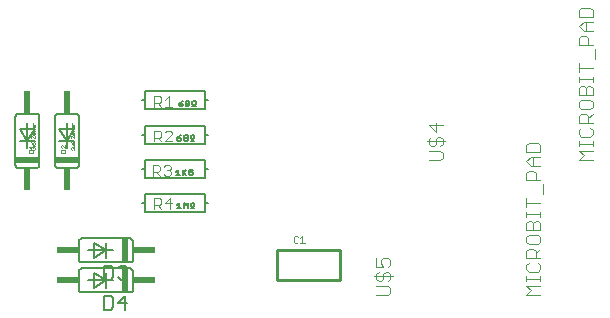
<source format=gbr>
G04 EAGLE Gerber RS-274X export*
G75*
%MOMM*%
%FSLAX34Y34*%
%LPD*%
%INSilkscreen Top*%
%IPPOS*%
%AMOC8*
5,1,8,0,0,1.08239X$1,22.5*%
G01*
%ADD10C,0.152400*%
%ADD11R,2.032000X0.508000*%
%ADD12R,0.508000X1.905000*%
%ADD13C,0.025400*%
%ADD14C,0.203200*%
%ADD15C,0.101600*%
%ADD16C,0.127000*%
%ADD17R,0.508000X2.032000*%
%ADD18R,1.905000X0.508000*%
%ADD19C,0.254000*%
%ADD20C,0.050800*%


D10*
X138530Y143690D02*
X138530Y150040D01*
X132180Y160200D02*
X144880Y160200D01*
X138530Y150040D01*
X138530Y165280D01*
X132180Y160200D02*
X138530Y150040D01*
X132180Y150040D01*
X138530Y150040D02*
X144880Y150040D01*
X128370Y170360D02*
X128372Y170460D01*
X128378Y170559D01*
X128388Y170659D01*
X128401Y170757D01*
X128419Y170856D01*
X128440Y170953D01*
X128465Y171049D01*
X128494Y171145D01*
X128527Y171239D01*
X128563Y171332D01*
X128603Y171423D01*
X128647Y171513D01*
X128694Y171601D01*
X128744Y171687D01*
X128798Y171771D01*
X128855Y171853D01*
X128915Y171932D01*
X128979Y172010D01*
X129045Y172084D01*
X129114Y172156D01*
X129186Y172225D01*
X129260Y172291D01*
X129338Y172355D01*
X129417Y172415D01*
X129499Y172472D01*
X129583Y172526D01*
X129669Y172576D01*
X129757Y172623D01*
X129847Y172667D01*
X129938Y172707D01*
X130031Y172743D01*
X130125Y172776D01*
X130221Y172805D01*
X130317Y172830D01*
X130414Y172851D01*
X130513Y172869D01*
X130611Y172882D01*
X130711Y172892D01*
X130810Y172898D01*
X130910Y172900D01*
X128370Y129720D02*
X128372Y129620D01*
X128378Y129521D01*
X128388Y129421D01*
X128401Y129323D01*
X128419Y129224D01*
X128440Y129127D01*
X128465Y129031D01*
X128494Y128935D01*
X128527Y128841D01*
X128563Y128748D01*
X128603Y128657D01*
X128647Y128567D01*
X128694Y128479D01*
X128744Y128393D01*
X128798Y128309D01*
X128855Y128227D01*
X128915Y128148D01*
X128979Y128070D01*
X129045Y127996D01*
X129114Y127924D01*
X129186Y127855D01*
X129260Y127789D01*
X129338Y127725D01*
X129417Y127665D01*
X129499Y127608D01*
X129583Y127554D01*
X129669Y127504D01*
X129757Y127457D01*
X129847Y127413D01*
X129938Y127373D01*
X130031Y127337D01*
X130125Y127304D01*
X130221Y127275D01*
X130317Y127250D01*
X130414Y127229D01*
X130513Y127211D01*
X130611Y127198D01*
X130711Y127188D01*
X130810Y127182D01*
X130910Y127180D01*
X146150Y127180D02*
X146250Y127182D01*
X146349Y127188D01*
X146449Y127198D01*
X146547Y127211D01*
X146646Y127229D01*
X146743Y127250D01*
X146839Y127275D01*
X146935Y127304D01*
X147029Y127337D01*
X147122Y127373D01*
X147213Y127413D01*
X147303Y127457D01*
X147391Y127504D01*
X147477Y127554D01*
X147561Y127608D01*
X147643Y127665D01*
X147722Y127725D01*
X147800Y127789D01*
X147874Y127855D01*
X147946Y127924D01*
X148015Y127996D01*
X148081Y128070D01*
X148145Y128148D01*
X148205Y128227D01*
X148262Y128309D01*
X148316Y128393D01*
X148366Y128479D01*
X148413Y128567D01*
X148457Y128657D01*
X148497Y128748D01*
X148533Y128841D01*
X148566Y128935D01*
X148595Y129031D01*
X148620Y129127D01*
X148641Y129224D01*
X148659Y129323D01*
X148672Y129421D01*
X148682Y129521D01*
X148688Y129620D01*
X148690Y129720D01*
X148690Y170360D02*
X148688Y170460D01*
X148682Y170559D01*
X148672Y170659D01*
X148659Y170757D01*
X148641Y170856D01*
X148620Y170953D01*
X148595Y171049D01*
X148566Y171145D01*
X148533Y171239D01*
X148497Y171332D01*
X148457Y171423D01*
X148413Y171513D01*
X148366Y171601D01*
X148316Y171687D01*
X148262Y171771D01*
X148205Y171853D01*
X148145Y171932D01*
X148081Y172010D01*
X148015Y172084D01*
X147946Y172156D01*
X147874Y172225D01*
X147800Y172291D01*
X147722Y172355D01*
X147643Y172415D01*
X147561Y172472D01*
X147477Y172526D01*
X147391Y172576D01*
X147303Y172623D01*
X147213Y172667D01*
X147122Y172707D01*
X147029Y172743D01*
X146935Y172776D01*
X146839Y172805D01*
X146743Y172830D01*
X146646Y172851D01*
X146547Y172869D01*
X146449Y172882D01*
X146349Y172892D01*
X146250Y172898D01*
X146150Y172900D01*
X130910Y172900D01*
X130910Y127180D02*
X146150Y127180D01*
X128370Y129720D02*
X128370Y170360D01*
X148690Y170360D02*
X148690Y129720D01*
D11*
X138530Y133530D03*
D12*
X138530Y182425D03*
X138530Y117655D03*
D13*
X137133Y140007D02*
X133320Y140007D01*
X137133Y140007D02*
X137133Y141914D01*
X136497Y142549D01*
X133955Y142549D01*
X133320Y141914D01*
X133320Y140007D01*
X137133Y143749D02*
X137133Y146291D01*
X137133Y143749D02*
X134591Y146291D01*
X133955Y146291D01*
X133320Y145656D01*
X133320Y144385D01*
X133955Y143749D01*
X141957Y143013D02*
X142423Y142547D01*
X141957Y143013D02*
X141957Y143945D01*
X142423Y144411D01*
X142889Y144411D01*
X143355Y143945D01*
X143355Y143479D01*
X143355Y143945D02*
X143821Y144411D01*
X144287Y144411D01*
X144753Y143945D01*
X144753Y143013D01*
X144287Y142547D01*
X144287Y145354D02*
X144753Y145354D01*
X144287Y145354D02*
X144287Y145820D01*
X144753Y145820D01*
X144753Y145354D01*
X142423Y147689D02*
X141957Y148621D01*
X142423Y147689D02*
X143355Y146757D01*
X144287Y146757D01*
X144753Y147223D01*
X144753Y148155D01*
X144287Y148621D01*
X143821Y148621D01*
X143355Y148155D01*
X143355Y146757D01*
X141957Y152370D02*
X141957Y154234D01*
X142423Y154234D01*
X144287Y152370D01*
X144753Y152370D01*
X144753Y154234D01*
X144753Y155642D02*
X144753Y156575D01*
X144753Y155642D02*
X144287Y155176D01*
X143355Y155176D01*
X142889Y155642D01*
X142889Y156575D01*
X143355Y157041D01*
X143821Y157041D01*
X143821Y155176D01*
X144753Y157983D02*
X142889Y157983D01*
X142889Y159381D01*
X143355Y159847D01*
X144753Y159847D01*
X144753Y161256D02*
X144753Y162188D01*
X144753Y161256D02*
X144287Y160789D01*
X143355Y160789D01*
X142889Y161256D01*
X142889Y162188D01*
X143355Y162654D01*
X143821Y162654D01*
X143821Y160789D01*
X144753Y163596D02*
X142889Y163596D01*
X143821Y163596D02*
X142889Y164528D01*
X142889Y164994D01*
D10*
X105080Y150040D02*
X105080Y143690D01*
X98730Y160200D02*
X111430Y160200D01*
X105080Y150040D01*
X105080Y165280D01*
X98730Y160200D02*
X105080Y150040D01*
X98730Y150040D01*
X105080Y150040D02*
X111430Y150040D01*
X94920Y170360D02*
X94922Y170460D01*
X94928Y170559D01*
X94938Y170659D01*
X94951Y170757D01*
X94969Y170856D01*
X94990Y170953D01*
X95015Y171049D01*
X95044Y171145D01*
X95077Y171239D01*
X95113Y171332D01*
X95153Y171423D01*
X95197Y171513D01*
X95244Y171601D01*
X95294Y171687D01*
X95348Y171771D01*
X95405Y171853D01*
X95465Y171932D01*
X95529Y172010D01*
X95595Y172084D01*
X95664Y172156D01*
X95736Y172225D01*
X95810Y172291D01*
X95888Y172355D01*
X95967Y172415D01*
X96049Y172472D01*
X96133Y172526D01*
X96219Y172576D01*
X96307Y172623D01*
X96397Y172667D01*
X96488Y172707D01*
X96581Y172743D01*
X96675Y172776D01*
X96771Y172805D01*
X96867Y172830D01*
X96964Y172851D01*
X97063Y172869D01*
X97161Y172882D01*
X97261Y172892D01*
X97360Y172898D01*
X97460Y172900D01*
X94920Y129720D02*
X94922Y129620D01*
X94928Y129521D01*
X94938Y129421D01*
X94951Y129323D01*
X94969Y129224D01*
X94990Y129127D01*
X95015Y129031D01*
X95044Y128935D01*
X95077Y128841D01*
X95113Y128748D01*
X95153Y128657D01*
X95197Y128567D01*
X95244Y128479D01*
X95294Y128393D01*
X95348Y128309D01*
X95405Y128227D01*
X95465Y128148D01*
X95529Y128070D01*
X95595Y127996D01*
X95664Y127924D01*
X95736Y127855D01*
X95810Y127789D01*
X95888Y127725D01*
X95967Y127665D01*
X96049Y127608D01*
X96133Y127554D01*
X96219Y127504D01*
X96307Y127457D01*
X96397Y127413D01*
X96488Y127373D01*
X96581Y127337D01*
X96675Y127304D01*
X96771Y127275D01*
X96867Y127250D01*
X96964Y127229D01*
X97063Y127211D01*
X97161Y127198D01*
X97261Y127188D01*
X97360Y127182D01*
X97460Y127180D01*
X112700Y127180D02*
X112800Y127182D01*
X112899Y127188D01*
X112999Y127198D01*
X113097Y127211D01*
X113196Y127229D01*
X113293Y127250D01*
X113389Y127275D01*
X113485Y127304D01*
X113579Y127337D01*
X113672Y127373D01*
X113763Y127413D01*
X113853Y127457D01*
X113941Y127504D01*
X114027Y127554D01*
X114111Y127608D01*
X114193Y127665D01*
X114272Y127725D01*
X114350Y127789D01*
X114424Y127855D01*
X114496Y127924D01*
X114565Y127996D01*
X114631Y128070D01*
X114695Y128148D01*
X114755Y128227D01*
X114812Y128309D01*
X114866Y128393D01*
X114916Y128479D01*
X114963Y128567D01*
X115007Y128657D01*
X115047Y128748D01*
X115083Y128841D01*
X115116Y128935D01*
X115145Y129031D01*
X115170Y129127D01*
X115191Y129224D01*
X115209Y129323D01*
X115222Y129421D01*
X115232Y129521D01*
X115238Y129620D01*
X115240Y129720D01*
X115240Y170360D02*
X115238Y170460D01*
X115232Y170559D01*
X115222Y170659D01*
X115209Y170757D01*
X115191Y170856D01*
X115170Y170953D01*
X115145Y171049D01*
X115116Y171145D01*
X115083Y171239D01*
X115047Y171332D01*
X115007Y171423D01*
X114963Y171513D01*
X114916Y171601D01*
X114866Y171687D01*
X114812Y171771D01*
X114755Y171853D01*
X114695Y171932D01*
X114631Y172010D01*
X114565Y172084D01*
X114496Y172156D01*
X114424Y172225D01*
X114350Y172291D01*
X114272Y172355D01*
X114193Y172415D01*
X114111Y172472D01*
X114027Y172526D01*
X113941Y172576D01*
X113853Y172623D01*
X113763Y172667D01*
X113672Y172707D01*
X113579Y172743D01*
X113485Y172776D01*
X113389Y172805D01*
X113293Y172830D01*
X113196Y172851D01*
X113097Y172869D01*
X112999Y172882D01*
X112899Y172892D01*
X112800Y172898D01*
X112700Y172900D01*
X97460Y172900D01*
X97460Y127180D02*
X112700Y127180D01*
X94920Y129720D02*
X94920Y170360D01*
X115240Y170360D02*
X115240Y129720D01*
D11*
X105080Y133530D03*
D12*
X105080Y182425D03*
X105080Y117655D03*
D13*
X106220Y140007D02*
X110033Y140007D01*
X110033Y141914D01*
X109397Y142549D01*
X106855Y142549D01*
X106220Y141914D01*
X106220Y140007D01*
X107491Y143749D02*
X106220Y145020D01*
X110033Y145020D01*
X110033Y143749D02*
X110033Y146291D01*
X108507Y143013D02*
X108973Y142547D01*
X108507Y143013D02*
X108507Y143945D01*
X108973Y144411D01*
X109439Y144411D01*
X109905Y143945D01*
X109905Y143479D01*
X109905Y143945D02*
X110371Y144411D01*
X110837Y144411D01*
X111303Y143945D01*
X111303Y143013D01*
X110837Y142547D01*
X110837Y145354D02*
X111303Y145354D01*
X110837Y145354D02*
X110837Y145820D01*
X111303Y145820D01*
X111303Y145354D01*
X108973Y147689D02*
X108507Y148621D01*
X108973Y147689D02*
X109905Y146757D01*
X110837Y146757D01*
X111303Y147223D01*
X111303Y148155D01*
X110837Y148621D01*
X110371Y148621D01*
X109905Y148155D01*
X109905Y146757D01*
X108507Y152370D02*
X108507Y154234D01*
X108973Y154234D01*
X110837Y152370D01*
X111303Y152370D01*
X111303Y154234D01*
X111303Y155642D02*
X111303Y156575D01*
X111303Y155642D02*
X110837Y155176D01*
X109905Y155176D01*
X109439Y155642D01*
X109439Y156575D01*
X109905Y157041D01*
X110371Y157041D01*
X110371Y155176D01*
X111303Y157983D02*
X109439Y157983D01*
X109439Y159381D01*
X109905Y159847D01*
X111303Y159847D01*
X111303Y161256D02*
X111303Y162188D01*
X111303Y161256D02*
X110837Y160789D01*
X109905Y160789D01*
X109439Y161256D01*
X109439Y162188D01*
X109905Y162654D01*
X110371Y162654D01*
X110371Y160789D01*
X111303Y163596D02*
X109439Y163596D01*
X110371Y163596D02*
X109439Y164528D01*
X109439Y164994D01*
D14*
X204470Y162780D02*
X255270Y162780D01*
X255270Y155160D01*
X255270Y147540D01*
X204470Y147540D01*
X204470Y155160D01*
X204470Y162780D01*
X255270Y155160D02*
X257810Y155160D01*
X204470Y155160D02*
X201930Y155160D01*
D15*
X212598Y158470D02*
X212598Y149572D01*
X212598Y158470D02*
X217047Y158470D01*
X218530Y156987D01*
X218530Y154021D01*
X217047Y152538D01*
X212598Y152538D01*
X215564Y152538D02*
X218530Y149572D01*
X221719Y149572D02*
X227651Y149572D01*
X221719Y149572D02*
X227651Y155504D01*
X227651Y156987D01*
X226168Y158470D01*
X223202Y158470D01*
X221719Y156987D01*
D16*
X233639Y153724D02*
X235249Y154529D01*
X233639Y153724D02*
X232029Y152114D01*
X232029Y150504D01*
X232834Y149699D01*
X234444Y149699D01*
X235249Y150504D01*
X235249Y151309D01*
X234444Y152114D01*
X232029Y152114D01*
X237642Y153724D02*
X238447Y154529D01*
X240057Y154529D01*
X240862Y153724D01*
X240862Y152919D01*
X240057Y152114D01*
X240862Y151309D01*
X240862Y150504D01*
X240057Y149699D01*
X238447Y149699D01*
X237642Y150504D01*
X237642Y151309D01*
X238447Y152114D01*
X237642Y152919D01*
X237642Y153724D01*
X238447Y152114D02*
X240057Y152114D01*
X243255Y149699D02*
X244060Y149699D01*
X244060Y151309D01*
X243255Y152114D01*
X243255Y153724D01*
X244060Y154529D01*
X245670Y154529D01*
X246475Y153724D01*
X246475Y152114D01*
X245670Y151309D01*
X245670Y149699D01*
X246475Y149699D01*
D14*
X255270Y192130D02*
X204470Y192130D01*
X255270Y192130D02*
X255270Y184510D01*
X255270Y176890D01*
X204470Y176890D01*
X204470Y184510D01*
X204470Y192130D01*
X255270Y184510D02*
X257810Y184510D01*
X204470Y184510D02*
X201930Y184510D01*
D15*
X212598Y187820D02*
X212598Y178922D01*
X212598Y187820D02*
X217047Y187820D01*
X218530Y186337D01*
X218530Y183371D01*
X217047Y181888D01*
X212598Y181888D01*
X215564Y181888D02*
X218530Y178922D01*
X221719Y184854D02*
X224685Y187820D01*
X224685Y178922D01*
X221719Y178922D02*
X227651Y178922D01*
D16*
X234909Y183074D02*
X236519Y183879D01*
X234909Y183074D02*
X233299Y181464D01*
X233299Y179854D01*
X234104Y179049D01*
X235714Y179049D01*
X236519Y179854D01*
X236519Y180659D01*
X235714Y181464D01*
X233299Y181464D01*
X238912Y183074D02*
X239717Y183879D01*
X241327Y183879D01*
X242132Y183074D01*
X242132Y182269D01*
X241327Y181464D01*
X242132Y180659D01*
X242132Y179854D01*
X241327Y179049D01*
X239717Y179049D01*
X238912Y179854D01*
X238912Y180659D01*
X239717Y181464D01*
X238912Y182269D01*
X238912Y183074D01*
X239717Y181464D02*
X241327Y181464D01*
X244525Y179049D02*
X245330Y179049D01*
X245330Y180659D01*
X244525Y181464D01*
X244525Y183074D01*
X245330Y183879D01*
X246940Y183879D01*
X247745Y183074D01*
X247745Y181464D01*
X246940Y180659D01*
X246940Y179049D01*
X247745Y179049D01*
D14*
X255270Y104500D02*
X204470Y104500D01*
X255270Y104500D02*
X255270Y96880D01*
X255270Y89260D01*
X204470Y89260D01*
X204470Y96880D01*
X204470Y104500D01*
X255270Y96880D02*
X257810Y96880D01*
X204470Y96880D02*
X201930Y96880D01*
D15*
X212598Y92562D02*
X212598Y101460D01*
X217047Y101460D01*
X218530Y99977D01*
X218530Y97011D01*
X217047Y95528D01*
X212598Y95528D01*
X215564Y95528D02*
X218530Y92562D01*
X226168Y92562D02*
X226168Y101460D01*
X221719Y97011D01*
X227651Y97011D01*
D16*
X232029Y95909D02*
X233639Y97519D01*
X233639Y92689D01*
X232029Y92689D02*
X235249Y92689D01*
X237642Y92689D02*
X237642Y97519D01*
X239252Y95909D01*
X240862Y97519D01*
X240862Y92689D01*
X243255Y92689D02*
X244060Y92689D01*
X244060Y94299D01*
X243255Y95104D01*
X243255Y96714D01*
X244060Y97519D01*
X245670Y97519D01*
X246475Y96714D01*
X246475Y95104D01*
X245670Y94299D01*
X245670Y92689D01*
X246475Y92689D01*
D14*
X255270Y133710D02*
X204470Y133710D01*
X255270Y133710D02*
X255270Y126090D01*
X255270Y118470D01*
X204470Y118470D01*
X204470Y126090D01*
X204470Y133710D01*
X255270Y126090D02*
X257810Y126090D01*
X204470Y126090D02*
X201930Y126090D01*
D15*
X211328Y129400D02*
X211328Y120502D01*
X211328Y129400D02*
X215777Y129400D01*
X217260Y127917D01*
X217260Y124951D01*
X215777Y123468D01*
X211328Y123468D01*
X214294Y123468D02*
X217260Y120502D01*
X220449Y127917D02*
X221932Y129400D01*
X224898Y129400D01*
X226381Y127917D01*
X226381Y126434D01*
X224898Y124951D01*
X223415Y124951D01*
X224898Y124951D02*
X226381Y123468D01*
X226381Y121985D01*
X224898Y120502D01*
X221932Y120502D01*
X220449Y121985D01*
D16*
X230759Y123849D02*
X232369Y125459D01*
X232369Y120629D01*
X230759Y120629D02*
X233979Y120629D01*
X236372Y120629D02*
X236372Y125459D01*
X236372Y122239D02*
X239592Y125459D01*
X237177Y123044D02*
X239592Y120629D01*
X241985Y125459D02*
X245205Y125459D01*
X241985Y125459D02*
X241985Y123044D01*
X243595Y123849D01*
X244400Y123849D01*
X245205Y123044D01*
X245205Y121434D01*
X244400Y120629D01*
X242790Y120629D01*
X241985Y121434D01*
D15*
X444998Y133858D02*
X454743Y133858D01*
X456692Y135807D01*
X456692Y139705D01*
X454743Y141654D01*
X444998Y141654D01*
X454743Y145552D02*
X456692Y147501D01*
X456692Y151399D01*
X454743Y153348D01*
X452794Y153348D01*
X450845Y151399D01*
X450845Y147501D01*
X448896Y145552D01*
X446947Y145552D01*
X444998Y147501D01*
X444998Y151399D01*
X446947Y153348D01*
X443049Y149450D02*
X458641Y149450D01*
X456692Y163093D02*
X444998Y163093D01*
X450845Y157246D01*
X450845Y165042D01*
X571998Y133858D02*
X583692Y133858D01*
X575896Y137756D02*
X571998Y133858D01*
X575896Y137756D02*
X571998Y141654D01*
X583692Y141654D01*
X583692Y145552D02*
X583692Y149450D01*
X583692Y147501D02*
X571998Y147501D01*
X571998Y145552D02*
X571998Y149450D01*
X571998Y159195D02*
X573947Y161144D01*
X571998Y159195D02*
X571998Y155297D01*
X573947Y153348D01*
X581743Y153348D01*
X583692Y155297D01*
X583692Y159195D01*
X581743Y161144D01*
X583692Y165042D02*
X571998Y165042D01*
X571998Y170889D01*
X573947Y172838D01*
X577845Y172838D01*
X579794Y170889D01*
X579794Y165042D01*
X579794Y168940D02*
X583692Y172838D01*
X571998Y178685D02*
X571998Y182583D01*
X571998Y178685D02*
X573947Y176736D01*
X581743Y176736D01*
X583692Y178685D01*
X583692Y182583D01*
X581743Y184532D01*
X573947Y184532D01*
X571998Y182583D01*
X571998Y188430D02*
X583692Y188430D01*
X571998Y188430D02*
X571998Y194277D01*
X573947Y196226D01*
X575896Y196226D01*
X577845Y194277D01*
X579794Y196226D01*
X581743Y196226D01*
X583692Y194277D01*
X583692Y188430D01*
X577845Y188430D02*
X577845Y194277D01*
X583692Y200124D02*
X583692Y204022D01*
X583692Y202073D02*
X571998Y202073D01*
X571998Y200124D02*
X571998Y204022D01*
X571998Y211818D02*
X583692Y211818D01*
X571998Y207920D02*
X571998Y215716D01*
X585641Y219614D02*
X585641Y227410D01*
X583692Y231308D02*
X571998Y231308D01*
X571998Y237155D01*
X573947Y239104D01*
X577845Y239104D01*
X579794Y237155D01*
X579794Y231308D01*
X583692Y243002D02*
X575896Y243002D01*
X571998Y246900D01*
X575896Y250798D01*
X583692Y250798D01*
X577845Y250798D02*
X577845Y243002D01*
X571998Y254696D02*
X583692Y254696D01*
X583692Y260543D01*
X581743Y262492D01*
X573947Y262492D01*
X571998Y260543D01*
X571998Y254696D01*
X410293Y19558D02*
X400548Y19558D01*
X410293Y19558D02*
X412242Y21507D01*
X412242Y25405D01*
X410293Y27354D01*
X400548Y27354D01*
X410293Y31252D02*
X412242Y33201D01*
X412242Y37099D01*
X410293Y39048D01*
X408344Y39048D01*
X406395Y37099D01*
X406395Y33201D01*
X404446Y31252D01*
X402497Y31252D01*
X400548Y33201D01*
X400548Y37099D01*
X402497Y39048D01*
X398599Y35150D02*
X414191Y35150D01*
X400548Y42946D02*
X400548Y50742D01*
X400548Y42946D02*
X406395Y42946D01*
X404446Y46844D01*
X404446Y48793D01*
X406395Y50742D01*
X410293Y50742D01*
X412242Y48793D01*
X412242Y44895D01*
X410293Y42946D01*
X527548Y19558D02*
X539242Y19558D01*
X531446Y23456D02*
X527548Y19558D01*
X531446Y23456D02*
X527548Y27354D01*
X539242Y27354D01*
X539242Y31252D02*
X539242Y35150D01*
X539242Y33201D02*
X527548Y33201D01*
X527548Y31252D02*
X527548Y35150D01*
X527548Y44895D02*
X529497Y46844D01*
X527548Y44895D02*
X527548Y40997D01*
X529497Y39048D01*
X537293Y39048D01*
X539242Y40997D01*
X539242Y44895D01*
X537293Y46844D01*
X539242Y50742D02*
X527548Y50742D01*
X527548Y56589D01*
X529497Y58538D01*
X533395Y58538D01*
X535344Y56589D01*
X535344Y50742D01*
X535344Y54640D02*
X539242Y58538D01*
X527548Y64385D02*
X527548Y68283D01*
X527548Y64385D02*
X529497Y62436D01*
X537293Y62436D01*
X539242Y64385D01*
X539242Y68283D01*
X537293Y70232D01*
X529497Y70232D01*
X527548Y68283D01*
X527548Y74130D02*
X539242Y74130D01*
X527548Y74130D02*
X527548Y79977D01*
X529497Y81926D01*
X531446Y81926D01*
X533395Y79977D01*
X535344Y81926D01*
X537293Y81926D01*
X539242Y79977D01*
X539242Y74130D01*
X533395Y74130D02*
X533395Y79977D01*
X539242Y85824D02*
X539242Y89722D01*
X539242Y87773D02*
X527548Y87773D01*
X527548Y85824D02*
X527548Y89722D01*
X527548Y97518D02*
X539242Y97518D01*
X527548Y93620D02*
X527548Y101416D01*
X541191Y105314D02*
X541191Y113110D01*
X539242Y117008D02*
X527548Y117008D01*
X527548Y122855D01*
X529497Y124804D01*
X533395Y124804D01*
X535344Y122855D01*
X535344Y117008D01*
X539242Y128702D02*
X531446Y128702D01*
X527548Y132600D01*
X531446Y136498D01*
X539242Y136498D01*
X533395Y136498D02*
X533395Y128702D01*
X527548Y140396D02*
X539242Y140396D01*
X539242Y146243D01*
X537293Y148192D01*
X529497Y148192D01*
X527548Y146243D01*
X527548Y140396D01*
D10*
X177800Y57150D02*
X171450Y57150D01*
X161290Y50800D02*
X161290Y63500D01*
X171450Y57150D01*
X156210Y57150D01*
X161290Y50800D02*
X171450Y57150D01*
X171450Y50800D01*
X171450Y57150D02*
X171450Y63500D01*
X151130Y46990D02*
X151030Y46992D01*
X150931Y46998D01*
X150831Y47008D01*
X150733Y47021D01*
X150634Y47039D01*
X150537Y47060D01*
X150441Y47085D01*
X150345Y47114D01*
X150251Y47147D01*
X150158Y47183D01*
X150067Y47223D01*
X149977Y47267D01*
X149889Y47314D01*
X149803Y47364D01*
X149719Y47418D01*
X149637Y47475D01*
X149558Y47535D01*
X149480Y47599D01*
X149406Y47665D01*
X149334Y47734D01*
X149265Y47806D01*
X149199Y47880D01*
X149135Y47958D01*
X149075Y48037D01*
X149018Y48119D01*
X148964Y48203D01*
X148914Y48289D01*
X148867Y48377D01*
X148823Y48467D01*
X148783Y48558D01*
X148747Y48651D01*
X148714Y48745D01*
X148685Y48841D01*
X148660Y48937D01*
X148639Y49034D01*
X148621Y49133D01*
X148608Y49231D01*
X148598Y49331D01*
X148592Y49430D01*
X148590Y49530D01*
X191770Y46990D02*
X191870Y46992D01*
X191969Y46998D01*
X192069Y47008D01*
X192167Y47021D01*
X192266Y47039D01*
X192363Y47060D01*
X192459Y47085D01*
X192555Y47114D01*
X192649Y47147D01*
X192742Y47183D01*
X192833Y47223D01*
X192923Y47267D01*
X193011Y47314D01*
X193097Y47364D01*
X193181Y47418D01*
X193263Y47475D01*
X193342Y47535D01*
X193420Y47599D01*
X193494Y47665D01*
X193566Y47734D01*
X193635Y47806D01*
X193701Y47880D01*
X193765Y47958D01*
X193825Y48037D01*
X193882Y48119D01*
X193936Y48203D01*
X193986Y48289D01*
X194033Y48377D01*
X194077Y48467D01*
X194117Y48558D01*
X194153Y48651D01*
X194186Y48745D01*
X194215Y48841D01*
X194240Y48937D01*
X194261Y49034D01*
X194279Y49133D01*
X194292Y49231D01*
X194302Y49331D01*
X194308Y49430D01*
X194310Y49530D01*
X194310Y64770D02*
X194308Y64870D01*
X194302Y64969D01*
X194292Y65069D01*
X194279Y65167D01*
X194261Y65266D01*
X194240Y65363D01*
X194215Y65459D01*
X194186Y65555D01*
X194153Y65649D01*
X194117Y65742D01*
X194077Y65833D01*
X194033Y65923D01*
X193986Y66011D01*
X193936Y66097D01*
X193882Y66181D01*
X193825Y66263D01*
X193765Y66342D01*
X193701Y66420D01*
X193635Y66494D01*
X193566Y66566D01*
X193494Y66635D01*
X193420Y66701D01*
X193342Y66765D01*
X193263Y66825D01*
X193181Y66882D01*
X193097Y66936D01*
X193011Y66986D01*
X192923Y67033D01*
X192833Y67077D01*
X192742Y67117D01*
X192649Y67153D01*
X192555Y67186D01*
X192459Y67215D01*
X192363Y67240D01*
X192266Y67261D01*
X192167Y67279D01*
X192069Y67292D01*
X191969Y67302D01*
X191870Y67308D01*
X191770Y67310D01*
X151130Y67310D02*
X151030Y67308D01*
X150931Y67302D01*
X150831Y67292D01*
X150733Y67279D01*
X150634Y67261D01*
X150537Y67240D01*
X150441Y67215D01*
X150345Y67186D01*
X150251Y67153D01*
X150158Y67117D01*
X150067Y67077D01*
X149977Y67033D01*
X149889Y66986D01*
X149803Y66936D01*
X149719Y66882D01*
X149637Y66825D01*
X149558Y66765D01*
X149480Y66701D01*
X149406Y66635D01*
X149334Y66566D01*
X149265Y66494D01*
X149199Y66420D01*
X149135Y66342D01*
X149075Y66263D01*
X149018Y66181D01*
X148964Y66097D01*
X148914Y66011D01*
X148867Y65923D01*
X148823Y65833D01*
X148783Y65742D01*
X148747Y65649D01*
X148714Y65555D01*
X148685Y65459D01*
X148660Y65363D01*
X148639Y65266D01*
X148621Y65167D01*
X148608Y65069D01*
X148598Y64969D01*
X148592Y64870D01*
X148590Y64770D01*
X148590Y49530D01*
X194310Y49530D02*
X194310Y64770D01*
X191770Y46990D02*
X151130Y46990D01*
X151130Y67310D02*
X191770Y67310D01*
D17*
X187960Y57150D03*
D18*
X139065Y57150D03*
X203835Y57150D03*
D16*
X170287Y43825D02*
X170287Y32385D01*
X176007Y32385D01*
X177914Y34292D01*
X177914Y41918D01*
X176007Y43825D01*
X170287Y43825D01*
X181981Y41918D02*
X183888Y43825D01*
X187701Y43825D01*
X189608Y41918D01*
X189608Y40012D01*
X187701Y38105D01*
X185794Y38105D01*
X187701Y38105D02*
X189608Y36198D01*
X189608Y34292D01*
X187701Y32385D01*
X183888Y32385D01*
X181981Y34292D01*
D10*
X177800Y31750D02*
X171450Y31750D01*
X161290Y25400D02*
X161290Y38100D01*
X171450Y31750D01*
X156210Y31750D01*
X161290Y25400D02*
X171450Y31750D01*
X171450Y25400D01*
X171450Y31750D02*
X171450Y38100D01*
X151130Y21590D02*
X151030Y21592D01*
X150931Y21598D01*
X150831Y21608D01*
X150733Y21621D01*
X150634Y21639D01*
X150537Y21660D01*
X150441Y21685D01*
X150345Y21714D01*
X150251Y21747D01*
X150158Y21783D01*
X150067Y21823D01*
X149977Y21867D01*
X149889Y21914D01*
X149803Y21964D01*
X149719Y22018D01*
X149637Y22075D01*
X149558Y22135D01*
X149480Y22199D01*
X149406Y22265D01*
X149334Y22334D01*
X149265Y22406D01*
X149199Y22480D01*
X149135Y22558D01*
X149075Y22637D01*
X149018Y22719D01*
X148964Y22803D01*
X148914Y22889D01*
X148867Y22977D01*
X148823Y23067D01*
X148783Y23158D01*
X148747Y23251D01*
X148714Y23345D01*
X148685Y23441D01*
X148660Y23537D01*
X148639Y23634D01*
X148621Y23733D01*
X148608Y23831D01*
X148598Y23931D01*
X148592Y24030D01*
X148590Y24130D01*
X191770Y21590D02*
X191870Y21592D01*
X191969Y21598D01*
X192069Y21608D01*
X192167Y21621D01*
X192266Y21639D01*
X192363Y21660D01*
X192459Y21685D01*
X192555Y21714D01*
X192649Y21747D01*
X192742Y21783D01*
X192833Y21823D01*
X192923Y21867D01*
X193011Y21914D01*
X193097Y21964D01*
X193181Y22018D01*
X193263Y22075D01*
X193342Y22135D01*
X193420Y22199D01*
X193494Y22265D01*
X193566Y22334D01*
X193635Y22406D01*
X193701Y22480D01*
X193765Y22558D01*
X193825Y22637D01*
X193882Y22719D01*
X193936Y22803D01*
X193986Y22889D01*
X194033Y22977D01*
X194077Y23067D01*
X194117Y23158D01*
X194153Y23251D01*
X194186Y23345D01*
X194215Y23441D01*
X194240Y23537D01*
X194261Y23634D01*
X194279Y23733D01*
X194292Y23831D01*
X194302Y23931D01*
X194308Y24030D01*
X194310Y24130D01*
X194310Y39370D02*
X194308Y39470D01*
X194302Y39569D01*
X194292Y39669D01*
X194279Y39767D01*
X194261Y39866D01*
X194240Y39963D01*
X194215Y40059D01*
X194186Y40155D01*
X194153Y40249D01*
X194117Y40342D01*
X194077Y40433D01*
X194033Y40523D01*
X193986Y40611D01*
X193936Y40697D01*
X193882Y40781D01*
X193825Y40863D01*
X193765Y40942D01*
X193701Y41020D01*
X193635Y41094D01*
X193566Y41166D01*
X193494Y41235D01*
X193420Y41301D01*
X193342Y41365D01*
X193263Y41425D01*
X193181Y41482D01*
X193097Y41536D01*
X193011Y41586D01*
X192923Y41633D01*
X192833Y41677D01*
X192742Y41717D01*
X192649Y41753D01*
X192555Y41786D01*
X192459Y41815D01*
X192363Y41840D01*
X192266Y41861D01*
X192167Y41879D01*
X192069Y41892D01*
X191969Y41902D01*
X191870Y41908D01*
X191770Y41910D01*
X151130Y41910D02*
X151030Y41908D01*
X150931Y41902D01*
X150831Y41892D01*
X150733Y41879D01*
X150634Y41861D01*
X150537Y41840D01*
X150441Y41815D01*
X150345Y41786D01*
X150251Y41753D01*
X150158Y41717D01*
X150067Y41677D01*
X149977Y41633D01*
X149889Y41586D01*
X149803Y41536D01*
X149719Y41482D01*
X149637Y41425D01*
X149558Y41365D01*
X149480Y41301D01*
X149406Y41235D01*
X149334Y41166D01*
X149265Y41094D01*
X149199Y41020D01*
X149135Y40942D01*
X149075Y40863D01*
X149018Y40781D01*
X148964Y40697D01*
X148914Y40611D01*
X148867Y40523D01*
X148823Y40433D01*
X148783Y40342D01*
X148747Y40249D01*
X148714Y40155D01*
X148685Y40059D01*
X148660Y39963D01*
X148639Y39866D01*
X148621Y39767D01*
X148608Y39669D01*
X148598Y39569D01*
X148592Y39470D01*
X148590Y39370D01*
X148590Y24130D01*
X194310Y24130D02*
X194310Y39370D01*
X191770Y21590D02*
X151130Y21590D01*
X151130Y41910D02*
X191770Y41910D01*
D17*
X187960Y31750D03*
D18*
X139065Y31750D03*
X203835Y31750D03*
D16*
X170287Y18425D02*
X170287Y6985D01*
X176007Y6985D01*
X177914Y8892D01*
X177914Y16518D01*
X176007Y18425D01*
X170287Y18425D01*
X187701Y18425D02*
X187701Y6985D01*
X181981Y12705D02*
X187701Y18425D01*
X189608Y12705D02*
X181981Y12705D01*
D19*
X316230Y57150D02*
X369570Y57150D01*
X369570Y31750D01*
X316230Y31750D01*
X316230Y57150D01*
D20*
X333250Y69347D02*
X334183Y68415D01*
X333250Y69347D02*
X331386Y69347D01*
X330454Y68415D01*
X330454Y64686D01*
X331386Y63754D01*
X333250Y63754D01*
X334183Y64686D01*
X336067Y67483D02*
X337931Y69347D01*
X337931Y63754D01*
X336067Y63754D02*
X339796Y63754D01*
M02*

</source>
